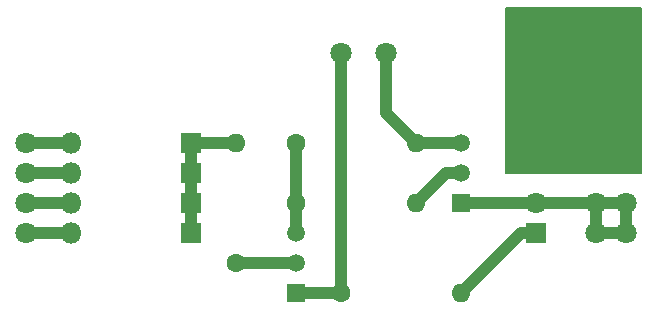
<source format=gbr>
%TF.GenerationSoftware,KiCad,Pcbnew,7.0.8*%
%TF.CreationDate,2023-10-09T16:50:41-07:00*%
%TF.ProjectId,decoder_part,6465636f-6465-4725-9f70-6172742e6b69,rev?*%
%TF.SameCoordinates,Original*%
%TF.FileFunction,Copper,L1,Top*%
%TF.FilePolarity,Positive*%
%FSLAX46Y46*%
G04 Gerber Fmt 4.6, Leading zero omitted, Abs format (unit mm)*
G04 Created by KiCad (PCBNEW 7.0.8) date 2023-10-09 16:50:41*
%MOMM*%
%LPD*%
G01*
G04 APERTURE LIST*
%TA.AperFunction,NonConductor*%
%ADD10C,0.200000*%
%TD*%
%TA.AperFunction,ComponentPad*%
%ADD11O,1.600000X1.600000*%
%TD*%
%TA.AperFunction,ComponentPad*%
%ADD12C,1.600000*%
%TD*%
%TA.AperFunction,ComponentPad*%
%ADD13C,1.800000*%
%TD*%
%TA.AperFunction,ComponentPad*%
%ADD14R,1.500000X1.500000*%
%TD*%
%TA.AperFunction,ComponentPad*%
%ADD15C,1.500000*%
%TD*%
%TA.AperFunction,ComponentPad*%
%ADD16R,1.800000X1.800000*%
%TD*%
%TA.AperFunction,ComponentPad*%
%ADD17O,1.800000X1.800000*%
%TD*%
%TA.AperFunction,Conductor*%
%ADD18C,1.000000*%
%TD*%
G04 APERTURE END LIST*
D10*
X99060000Y-53340000D02*
X87630000Y-53340000D01*
X87630000Y-39370000D01*
X99060000Y-39370000D01*
X99060000Y-53340000D01*
%TA.AperFunction,NonConductor*%
G36*
X99060000Y-53340000D02*
G01*
X87630000Y-53340000D01*
X87630000Y-39370000D01*
X99060000Y-39370000D01*
X99060000Y-53340000D01*
G37*
%TD.AperFunction*%
D11*
%TO.P,1K,2*%
%TO.N,N/C*%
X83820000Y-63500000D03*
D12*
%TO.P,1K,1*%
X73660000Y-63500000D03*
%TD*%
D13*
%TO.P,5V,1*%
%TO.N,N/C*%
X77470000Y-43180000D03*
%TD*%
%TO.P,IN,1*%
%TO.N,N/C*%
X46990000Y-55880000D03*
%TD*%
D14*
%TO.P,NOR,1*%
%TO.N,N/C*%
X69850000Y-63500000D03*
D15*
%TO.P,NOR,2*%
X69850000Y-60960000D03*
%TO.P,NOR,3*%
X69850000Y-58420000D03*
%TD*%
D12*
%TO.P,10K,1*%
%TO.N,N/C*%
X69850000Y-55880000D03*
D11*
%TO.P,10K,2*%
X80010000Y-55880000D03*
%TD*%
D12*
%TO.P,10K,1*%
%TO.N,N/C*%
X64770000Y-60960000D03*
D11*
%TO.P,10K,2*%
X64770000Y-50800000D03*
%TD*%
D13*
%TO.P,,1*%
%TO.N,N/C*%
X95250000Y-58420000D03*
%TD*%
D16*
%TO.P,REF\u002A\u002A,1*%
%TO.N,N/C*%
X90170000Y-58420000D03*
D13*
%TO.P,REF\u002A\u002A,2*%
X90170000Y-55880000D03*
%TD*%
D12*
%TO.P,1K,1*%
%TO.N,N/C*%
X69850000Y-50800000D03*
D11*
%TO.P,1K,2*%
X80010000Y-50800000D03*
%TD*%
D13*
%TO.P,IN,1*%
%TO.N,N/C*%
X46990000Y-53340000D03*
%TD*%
%TO.P,,1*%
%TO.N,N/C*%
X97790000Y-55880000D03*
%TD*%
D16*
%TO.P,,1*%
%TO.N,N/C*%
X60960000Y-50800000D03*
D17*
%TO.P,,2*%
X50800000Y-50800000D03*
%TD*%
D16*
%TO.P,,1*%
%TO.N,N/C*%
X60960000Y-53340000D03*
D17*
%TO.P,,2*%
X50800000Y-53340000D03*
%TD*%
D16*
%TO.P,,1*%
%TO.N,N/C*%
X60960000Y-58420000D03*
D17*
%TO.P,,2*%
X50800000Y-58420000D03*
%TD*%
D14*
%TO.P,Buffer,1*%
%TO.N,N/C*%
X83820000Y-55890000D03*
D15*
%TO.P,Buffer,2*%
X83820000Y-53350000D03*
%TO.P,Buffer,3*%
X83820000Y-50810000D03*
%TD*%
D13*
%TO.P,,1*%
%TO.N,N/C*%
X95250000Y-55880000D03*
%TD*%
%TO.P,,1*%
%TO.N,N/C*%
X97790000Y-58420000D03*
%TD*%
%TO.P,GND,1*%
%TO.N,N/C*%
X73660000Y-43180000D03*
%TD*%
D16*
%TO.P,,1*%
%TO.N,N/C*%
X60960000Y-55880000D03*
D17*
%TO.P,,2*%
X50800000Y-55880000D03*
%TD*%
D13*
%TO.P,IN,1*%
%TO.N,N/C*%
X46990000Y-58420000D03*
%TD*%
%TO.P,IN,1*%
%TO.N,N/C*%
X46990000Y-50800000D03*
%TD*%
D18*
%TO.N,*%
X90170000Y-58420000D02*
X88900000Y-58420000D01*
X88900000Y-58420000D02*
X83820000Y-63500000D01*
X83820000Y-55890000D02*
X95260000Y-55890000D01*
X69850000Y-58420000D02*
X69850000Y-50800000D01*
X46990000Y-53340000D02*
X50800000Y-53340000D01*
X69850000Y-60960000D02*
X64770000Y-60960000D01*
X73660000Y-63500000D02*
X69850000Y-63500000D01*
X80010000Y-50800000D02*
X83810000Y-50800000D01*
X97790000Y-58420000D02*
X97790000Y-55880000D01*
X46990000Y-58420000D02*
X50800000Y-58420000D01*
X73660000Y-63500000D02*
X73660000Y-43180000D01*
X60960000Y-58420000D02*
X60960000Y-50800000D01*
X50800000Y-55880000D02*
X46990000Y-55880000D01*
X82540000Y-53350000D02*
X80010000Y-55880000D01*
X95250000Y-58420000D02*
X97790000Y-58420000D01*
X83820000Y-53350000D02*
X82540000Y-53350000D01*
X97790000Y-55880000D02*
X95250000Y-55880000D01*
X77470000Y-44450000D02*
X77470000Y-43180000D01*
X80010000Y-50800000D02*
X77470000Y-48260000D01*
X77470000Y-48260000D02*
X77470000Y-44450000D01*
X46990000Y-50800000D02*
X50800000Y-50800000D01*
X90170000Y-55880000D02*
X96520000Y-55880000D01*
X60960000Y-50800000D02*
X64770000Y-50800000D01*
X95250000Y-55880000D02*
X95250000Y-58420000D01*
X83810000Y-50800000D02*
X83820000Y-50810000D01*
%TD*%
M02*

</source>
